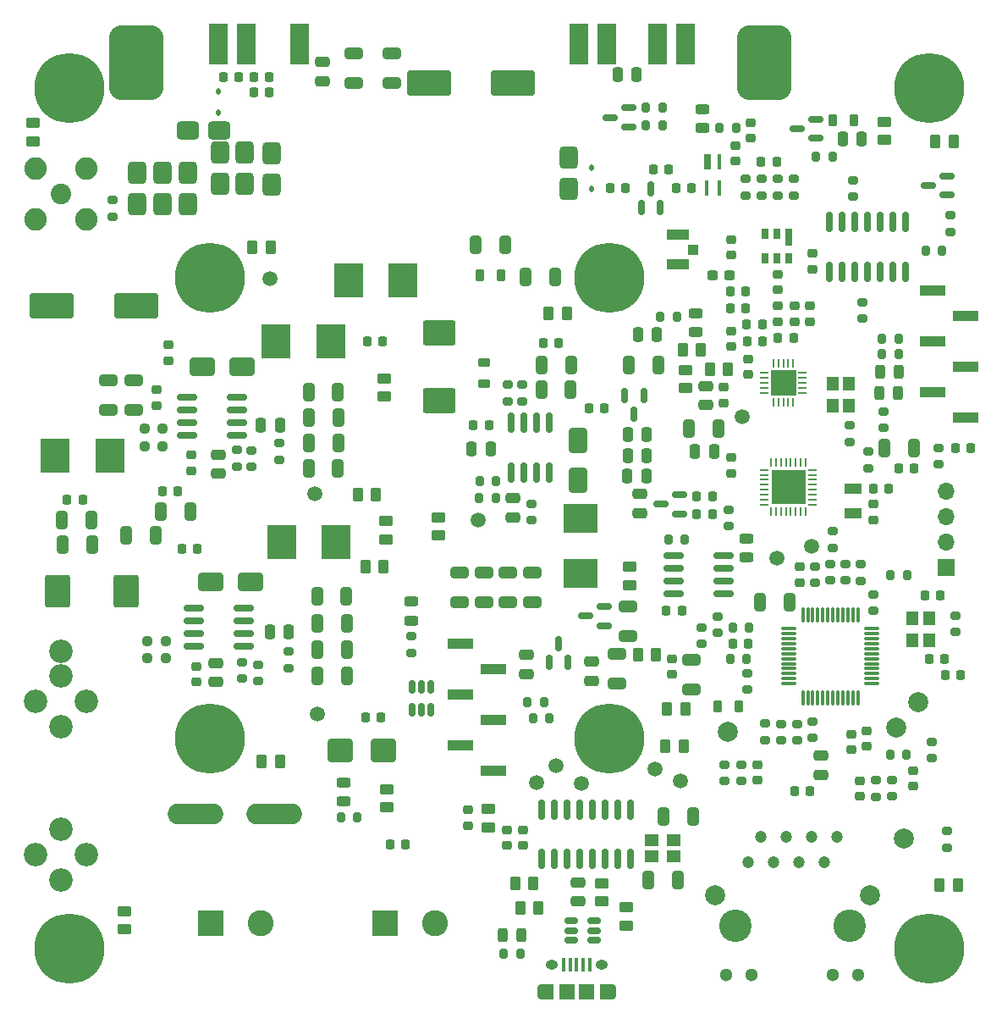
<source format=gts>
G04 #@! TF.GenerationSoftware,KiCad,Pcbnew,8.0.5-8.0.5-0~ubuntu24.04.1*
G04 #@! TF.CreationDate,2024-10-06T19:53:36+03:00*
G04 #@! TF.ProjectId,TACNPR,5441434e-5052-42e6-9b69-6361645f7063,rev?*
G04 #@! TF.SameCoordinates,Original*
G04 #@! TF.FileFunction,Soldermask,Top*
G04 #@! TF.FilePolarity,Negative*
%FSLAX46Y46*%
G04 Gerber Fmt 4.6, Leading zero omitted, Abs format (unit mm)*
G04 Created by KiCad (PCBNEW 8.0.5-8.0.5-0~ubuntu24.04.1) date 2024-10-06 19:53:36*
%MOMM*%
%LPD*%
G01*
G04 APERTURE LIST*
G04 Aperture macros list*
%AMRoundRect*
0 Rectangle with rounded corners*
0 $1 Rounding radius*
0 $2 $3 $4 $5 $6 $7 $8 $9 X,Y pos of 4 corners*
0 Add a 4 corners polygon primitive as box body*
4,1,4,$2,$3,$4,$5,$6,$7,$8,$9,$2,$3,0*
0 Add four circle primitives for the rounded corners*
1,1,$1+$1,$2,$3*
1,1,$1+$1,$4,$5*
1,1,$1+$1,$6,$7*
1,1,$1+$1,$8,$9*
0 Add four rect primitives between the rounded corners*
20,1,$1+$1,$2,$3,$4,$5,0*
20,1,$1+$1,$4,$5,$6,$7,0*
20,1,$1+$1,$6,$7,$8,$9,0*
20,1,$1+$1,$8,$9,$2,$3,0*%
%AMFreePoly0*
4,1,5,0.900000,-2.000000,-0.900000,-2.000000,-0.900000,2.000000,0.900000,2.000000,0.900000,-2.000000,0.900000,-2.000000,$1*%
G04 Aperture macros list end*
%ADD10RoundRect,0.243750X0.243750X0.456250X-0.243750X0.456250X-0.243750X-0.456250X0.243750X-0.456250X0*%
%ADD11RoundRect,0.243750X0.456250X-0.243750X0.456250X0.243750X-0.456250X0.243750X-0.456250X-0.243750X0*%
%ADD12RoundRect,0.243750X-0.456250X0.243750X-0.456250X-0.243750X0.456250X-0.243750X0.456250X0.243750X0*%
%ADD13RoundRect,0.225000X-0.225000X-0.250000X0.225000X-0.250000X0.225000X0.250000X-0.225000X0.250000X0*%
%ADD14RoundRect,0.200000X0.275000X-0.200000X0.275000X0.200000X-0.275000X0.200000X-0.275000X-0.200000X0*%
%ADD15RoundRect,0.150000X0.825000X0.150000X-0.825000X0.150000X-0.825000X-0.150000X0.825000X-0.150000X0*%
%ADD16RoundRect,0.225000X0.250000X-0.225000X0.250000X0.225000X-0.250000X0.225000X-0.250000X-0.225000X0*%
%ADD17C,1.500000*%
%ADD18R,2.950000X3.500000*%
%ADD19RoundRect,0.250000X-0.325000X-0.650000X0.325000X-0.650000X0.325000X0.650000X-0.325000X0.650000X0*%
%ADD20RoundRect,0.250000X0.650000X-0.325000X0.650000X0.325000X-0.650000X0.325000X-0.650000X-0.325000X0*%
%ADD21RoundRect,0.225000X-0.250000X0.225000X-0.250000X-0.225000X0.250000X-0.225000X0.250000X0.225000X0*%
%ADD22RoundRect,0.250000X-0.475000X0.250000X-0.475000X-0.250000X0.475000X-0.250000X0.475000X0.250000X0*%
%ADD23RoundRect,0.250000X1.000000X0.650000X-1.000000X0.650000X-1.000000X-0.650000X1.000000X-0.650000X0*%
%ADD24RoundRect,0.237500X0.250000X0.237500X-0.250000X0.237500X-0.250000X-0.237500X0.250000X-0.237500X0*%
%ADD25RoundRect,0.200000X-0.275000X0.200000X-0.275000X-0.200000X0.275000X-0.200000X0.275000X0.200000X0*%
%ADD26RoundRect,0.150000X-0.825000X-0.150000X0.825000X-0.150000X0.825000X0.150000X-0.825000X0.150000X0*%
%ADD27RoundRect,0.250000X0.325000X0.650000X-0.325000X0.650000X-0.325000X-0.650000X0.325000X-0.650000X0*%
%ADD28C,3.900000*%
%ADD29C,7.000000*%
%ADD30RoundRect,0.250000X0.250000X0.475000X-0.250000X0.475000X-0.250000X-0.475000X0.250000X-0.475000X0*%
%ADD31RoundRect,0.225000X0.225000X0.250000X-0.225000X0.250000X-0.225000X-0.250000X0.225000X-0.250000X0*%
%ADD32R,3.500000X2.950000*%
%ADD33RoundRect,0.150000X-0.150000X0.825000X-0.150000X-0.825000X0.150000X-0.825000X0.150000X0.825000X0*%
%ADD34RoundRect,0.200000X0.200000X0.275000X-0.200000X0.275000X-0.200000X-0.275000X0.200000X-0.275000X0*%
%ADD35RoundRect,0.200000X-0.200000X-0.275000X0.200000X-0.275000X0.200000X0.275000X-0.200000X0.275000X0*%
%ADD36RoundRect,0.237500X-0.250000X-0.237500X0.250000X-0.237500X0.250000X0.237500X-0.250000X0.237500X0*%
%ADD37RoundRect,0.250000X0.450000X-0.262500X0.450000X0.262500X-0.450000X0.262500X-0.450000X-0.262500X0*%
%ADD38RoundRect,0.150000X0.150000X-0.512500X0.150000X0.512500X-0.150000X0.512500X-0.150000X-0.512500X0*%
%ADD39RoundRect,0.250000X-1.950000X-1.000000X1.950000X-1.000000X1.950000X1.000000X-1.950000X1.000000X0*%
%ADD40RoundRect,0.250000X-0.250000X-0.475000X0.250000X-0.475000X0.250000X0.475000X-0.250000X0.475000X0*%
%ADD41RoundRect,0.250000X-0.650000X0.325000X-0.650000X-0.325000X0.650000X-0.325000X0.650000X0.325000X0*%
%ADD42RoundRect,0.250000X0.650000X-1.000000X0.650000X1.000000X-0.650000X1.000000X-0.650000X-1.000000X0*%
%ADD43RoundRect,0.250000X0.262500X0.450000X-0.262500X0.450000X-0.262500X-0.450000X0.262500X-0.450000X0*%
%ADD44RoundRect,0.250000X-0.450000X0.262500X-0.450000X-0.262500X0.450000X-0.262500X0.450000X0.262500X0*%
%ADD45C,2.050000*%
%ADD46C,2.250000*%
%ADD47RoundRect,0.250000X0.475000X-0.250000X0.475000X0.250000X-0.475000X0.250000X-0.475000X-0.250000X0*%
%ADD48RoundRect,0.150000X0.587500X0.150000X-0.587500X0.150000X-0.587500X-0.150000X0.587500X-0.150000X0*%
%ADD49RoundRect,0.062500X-0.062500X0.362500X-0.062500X-0.362500X0.062500X-0.362500X0.062500X0.362500X0*%
%ADD50RoundRect,0.062500X-0.362500X0.062500X-0.362500X-0.062500X0.362500X-0.062500X0.362500X0.062500X0*%
%ADD51R,2.600000X2.600000*%
%ADD52FreePoly0,0.000000*%
%ADD53RoundRect,1.375000X-1.375000X-2.375000X1.375000X-2.375000X1.375000X2.375000X-1.375000X2.375000X0*%
%ADD54R,1.400000X1.150000*%
%ADD55RoundRect,0.150000X0.512500X0.150000X-0.512500X0.150000X-0.512500X-0.150000X0.512500X-0.150000X0*%
%ADD56RoundRect,0.150000X0.150000X-0.825000X0.150000X0.825000X-0.150000X0.825000X-0.150000X-0.825000X0*%
%ADD57R,1.700000X1.700000*%
%ADD58O,1.700000X1.700000*%
%ADD59RoundRect,0.250000X-0.262500X-0.450000X0.262500X-0.450000X0.262500X0.450000X-0.262500X0.450000X0*%
%ADD60RoundRect,0.218750X0.381250X-0.218750X0.381250X0.218750X-0.381250X0.218750X-0.381250X-0.218750X0*%
%ADD61RoundRect,0.340200X-0.559800X0.759800X-0.559800X-0.759800X0.559800X-0.759800X0.559800X0.759800X0*%
%ADD62RoundRect,0.112500X0.112500X-0.187500X0.112500X0.187500X-0.112500X0.187500X-0.112500X-0.187500X0*%
%ADD63RoundRect,0.218750X0.218750X0.256250X-0.218750X0.256250X-0.218750X-0.256250X0.218750X-0.256250X0*%
%ADD64RoundRect,0.150000X0.150000X-0.587500X0.150000X0.587500X-0.150000X0.587500X-0.150000X-0.587500X0*%
%ADD65C,2.600000*%
%ADD66R,2.510000X1.000000*%
%ADD67RoundRect,0.218750X-0.256250X0.218750X-0.256250X-0.218750X0.256250X-0.218750X0.256250X0.218750X0*%
%ADD68R,0.400000X1.500000*%
%ADD69R,0.770000X1.500000*%
%ADD70RoundRect,0.112500X-0.112500X0.187500X-0.112500X-0.187500X0.112500X-0.187500X0.112500X0.187500X0*%
%ADD71RoundRect,0.218750X-0.218750X-0.381250X0.218750X-0.381250X0.218750X0.381250X-0.218750X0.381250X0*%
%ADD72RoundRect,0.150000X-0.150000X0.587500X-0.150000X-0.587500X0.150000X-0.587500X0.150000X0.587500X0*%
%ADD73RoundRect,0.237500X0.300000X0.237500X-0.300000X0.237500X-0.300000X-0.237500X0.300000X-0.237500X0*%
%ADD74RoundRect,0.218750X-0.218750X-0.256250X0.218750X-0.256250X0.218750X0.256250X-0.218750X0.256250X0*%
%ADD75R,1.150000X1.400000*%
%ADD76R,0.650000X1.750000*%
%ADD77R,0.650000X1.000000*%
%ADD78RoundRect,0.218750X0.218750X0.381250X-0.218750X0.381250X-0.218750X-0.381250X0.218750X-0.381250X0*%
%ADD79RoundRect,0.250000X1.000000X-1.400000X1.000000X1.400000X-1.000000X1.400000X-1.000000X-1.400000X0*%
%ADD80RoundRect,0.250000X1.400000X1.000000X-1.400000X1.000000X-1.400000X-1.000000X1.400000X-1.000000X0*%
%ADD81RoundRect,0.340200X-0.759800X-0.559800X0.759800X-0.559800X0.759800X0.559800X-0.759800X0.559800X0*%
%ADD82RoundRect,0.340200X0.559800X-0.759800X0.559800X0.759800X-0.559800X0.759800X-0.559800X-0.759800X0*%
%ADD83R,1.050000X1.000000*%
%ADD84R,2.200000X1.050000*%
%ADD85C,2.350000*%
%ADD86R,0.400000X1.350000*%
%ADD87O,0.890000X1.550000*%
%ADD88R,1.200000X1.550000*%
%ADD89O,1.250000X0.950000*%
%ADD90R,1.500000X1.550000*%
%ADD91RoundRect,0.250000X1.000000X0.900000X-1.000000X0.900000X-1.000000X-0.900000X1.000000X-0.900000X0*%
%ADD92C,2.000000*%
%ADD93C,3.250000*%
%ADD94C,1.200000*%
%ADD95C,1.300000*%
%ADD96R,1.800000X1.000000*%
%ADD97RoundRect,0.062500X0.375000X0.062500X-0.375000X0.062500X-0.375000X-0.062500X0.375000X-0.062500X0*%
%ADD98RoundRect,0.062500X0.062500X0.375000X-0.062500X0.375000X-0.062500X-0.375000X0.062500X-0.375000X0*%
%ADD99R,3.450000X3.450000*%
%ADD100RoundRect,0.075000X-0.662500X-0.075000X0.662500X-0.075000X0.662500X0.075000X-0.662500X0.075000X0*%
%ADD101RoundRect,0.075000X-0.075000X-0.662500X0.075000X-0.662500X0.075000X0.662500X-0.075000X0.662500X0*%
%ADD102R,1.200000X1.400000*%
%ADD103O,5.550000X2.100000*%
G04 APERTURE END LIST*
D10*
X178788300Y-71932800D03*
X176913300Y-71932800D03*
D11*
X158496000Y-67917300D03*
X158496000Y-66042300D03*
X163576000Y-90421700D03*
X163576000Y-88546700D03*
D10*
X178762900Y-74041000D03*
X176887900Y-74041000D03*
D12*
X123266200Y-112981500D03*
X123266200Y-114856500D03*
X159207200Y-45620700D03*
X159207200Y-47495700D03*
D10*
X141043900Y-128193800D03*
X139168900Y-128193800D03*
D12*
X130048000Y-94884000D03*
X130048000Y-96759000D03*
D13*
X155562000Y-95758000D03*
X157112000Y-95758000D03*
D14*
X172182000Y-89501000D03*
X172182000Y-87851000D03*
D15*
X161275800Y-94132400D03*
X161275800Y-92862400D03*
X161275800Y-91592400D03*
X161275800Y-90322400D03*
X156325800Y-90322400D03*
X156325800Y-91592400D03*
X156325800Y-92862400D03*
X156325800Y-94132400D03*
D16*
X162052000Y-82042000D03*
X162052000Y-80492000D03*
D17*
X166582000Y-90576000D03*
D18*
X94430000Y-80264000D03*
X99880000Y-80264000D03*
D19*
X95172000Y-89154000D03*
X98122000Y-89154000D03*
D20*
X99745800Y-75681100D03*
X99745800Y-72731100D03*
D16*
X104521000Y-75260500D03*
X104521000Y-73710500D03*
D21*
X108066840Y-80240840D03*
X108066840Y-81790840D03*
D22*
X110744000Y-80167440D03*
X110744000Y-82067440D03*
D19*
X143038300Y-73682860D03*
X145988300Y-73682860D03*
D23*
X113107220Y-71368920D03*
X109107220Y-71368920D03*
D24*
X105184580Y-79375000D03*
X103359580Y-79375000D03*
D25*
X116840000Y-79058000D03*
X116840000Y-80708000D03*
X112593120Y-79738720D03*
X112593120Y-81388720D03*
D26*
X107608600Y-74409300D03*
X107608600Y-75679300D03*
X107608600Y-76949300D03*
X107608600Y-78219300D03*
X112558600Y-78219300D03*
X112558600Y-76949300D03*
X112558600Y-75679300D03*
X112558600Y-74409300D03*
D18*
X116520380Y-68834000D03*
X121970380Y-68834000D03*
D27*
X122732060Y-78999080D03*
X119782060Y-78999080D03*
X122729520Y-76464160D03*
X119779520Y-76464160D03*
X122706660Y-81551780D03*
X119756660Y-81551780D03*
X122714280Y-73914000D03*
X119764280Y-73914000D03*
D28*
X95864000Y-43540000D03*
D29*
X95864000Y-43540000D03*
D28*
X95864000Y-129540000D03*
D29*
X95864000Y-129540000D03*
D28*
X109864000Y-108540000D03*
D29*
X109864000Y-108540000D03*
D22*
X140223240Y-84541320D03*
X140223240Y-86441320D03*
D30*
X137983000Y-79644240D03*
X136083000Y-79644240D03*
D14*
X141157960Y-74860920D03*
X141157960Y-73210920D03*
D31*
X137813080Y-77282040D03*
X136263080Y-77282040D03*
D25*
X139684760Y-73216000D03*
X139684760Y-74866000D03*
D32*
X146964400Y-86581400D03*
X146964400Y-92031400D03*
D13*
X143227760Y-69016880D03*
X144777760Y-69016880D03*
D33*
X143832580Y-77004140D03*
X142562580Y-77004140D03*
X141292580Y-77004140D03*
X140022580Y-77004140D03*
X140022580Y-81954140D03*
X141292580Y-81954140D03*
X142562580Y-81954140D03*
X143832580Y-81954140D03*
D19*
X143066240Y-71231760D03*
X146016240Y-71231760D03*
D34*
X138508240Y-82839560D03*
X136858240Y-82839560D03*
D35*
X136840460Y-84488020D03*
X138490460Y-84488020D03*
D28*
X149864000Y-62540000D03*
D29*
X149864000Y-62540000D03*
D28*
X181864000Y-129540000D03*
D29*
X181864000Y-129540000D03*
D20*
X102247700Y-75681100D03*
X102247700Y-72731100D03*
D36*
X103329100Y-77609700D03*
X105154100Y-77609700D03*
D37*
X127558800Y-115466500D03*
X127558800Y-113641500D03*
D35*
X141669000Y-104952800D03*
X143319000Y-104952800D03*
D38*
X130114000Y-105683900D03*
X131064000Y-105683900D03*
X132014000Y-105683900D03*
X132014000Y-103408900D03*
X131064000Y-103408900D03*
X130114000Y-103408900D03*
D39*
X94098000Y-65278000D03*
X102498000Y-65278000D03*
D28*
X109864000Y-62540000D03*
D29*
X109864000Y-62540000D03*
D28*
X149864000Y-108540000D03*
D29*
X149864000Y-108540000D03*
D25*
X130048000Y-98362000D03*
X130048000Y-100012000D03*
X113111280Y-100927400D03*
X113111280Y-102577400D03*
D14*
X114757200Y-102831400D03*
X114757200Y-101181400D03*
D13*
X105143000Y-83820000D03*
X106693000Y-83820000D03*
D21*
X108574840Y-101333000D03*
X108574840Y-102883000D03*
D31*
X108636100Y-89608660D03*
X107086100Y-89608660D03*
D27*
X123552480Y-94335600D03*
X120602480Y-94335600D03*
D40*
X115864600Y-97891600D03*
X117764600Y-97891600D03*
D22*
X110490000Y-101031000D03*
X110490000Y-102931000D03*
D27*
X123587300Y-99689920D03*
X120637300Y-99689920D03*
X123585500Y-102306120D03*
X120635500Y-102306120D03*
X104472000Y-88265000D03*
X101522000Y-88265000D03*
D19*
X104951000Y-85852000D03*
X107901000Y-85852000D03*
D27*
X123570260Y-97017840D03*
X120620260Y-97017840D03*
D23*
X113937800Y-92925900D03*
X109937800Y-92925900D03*
D36*
X103636440Y-98806000D03*
X105461440Y-98806000D03*
D25*
X117805200Y-99860600D03*
X117805200Y-101510600D03*
D18*
X117094000Y-88900000D03*
X122544000Y-88900000D03*
D26*
X108307100Y-95542100D03*
X108307100Y-96812100D03*
X108307100Y-98082100D03*
X108307100Y-99352100D03*
X113257100Y-99352100D03*
X113257100Y-98082100D03*
X113257100Y-96812100D03*
X113257100Y-95542100D03*
D24*
X105448740Y-100545900D03*
X103623740Y-100545900D03*
D31*
X160147600Y-86143800D03*
X158597600Y-86143800D03*
D14*
X142036800Y-86727800D03*
X142036800Y-85077800D03*
D37*
X127533400Y-88669500D03*
X127533400Y-86844500D03*
D41*
X134874000Y-91994460D03*
X134874000Y-94944460D03*
X137287000Y-91997000D03*
X137287000Y-94947000D03*
X142113000Y-91997000D03*
X142113000Y-94947000D03*
D40*
X115001000Y-77216000D03*
X116901000Y-77216000D03*
D31*
X149365000Y-75590400D03*
X147815000Y-75590400D03*
X127026000Y-106426000D03*
X125476000Y-106426000D03*
D20*
X124307600Y-43029400D03*
X124307600Y-40079400D03*
D42*
X146705320Y-82759300D03*
X146705320Y-78759300D03*
D41*
X139700000Y-92002080D03*
X139700000Y-94952080D03*
D14*
X114071400Y-81424280D03*
X114071400Y-79774280D03*
D19*
X95108500Y-86741000D03*
X98058500Y-86741000D03*
D43*
X126525660Y-84165440D03*
X124700660Y-84165440D03*
X127252100Y-91363800D03*
X125427100Y-91363800D03*
D44*
X132715000Y-86463500D03*
X132715000Y-88288500D03*
D21*
X162026600Y-67843100D03*
X162026600Y-69393100D03*
D45*
X94996000Y-54102000D03*
D46*
X92456000Y-56642000D03*
X97536000Y-56642000D03*
X92456000Y-51562000D03*
X97536000Y-51562000D03*
D47*
X159542480Y-75245000D03*
X159542480Y-73345000D03*
D35*
X123013200Y-116484400D03*
X124663200Y-116484400D03*
D40*
X150688000Y-42164000D03*
X152588000Y-42164000D03*
D18*
X129217000Y-62738000D03*
X123767000Y-62738000D03*
D22*
X148107000Y-100876000D03*
X148107000Y-102776000D03*
D41*
X151739600Y-95349800D03*
X151739600Y-98299800D03*
D40*
X158409600Y-79857600D03*
X160309600Y-79857600D03*
D19*
X157835600Y-77622400D03*
X160785600Y-77622400D03*
D48*
X149375100Y-97266800D03*
X149375100Y-95366800D03*
X147500100Y-96316800D03*
D49*
X168259000Y-71100000D03*
X167759000Y-71100000D03*
X167259000Y-71100000D03*
X166759000Y-71100000D03*
X166259000Y-71100000D03*
D50*
X165334000Y-72025000D03*
X165334000Y-72525000D03*
X165334000Y-73025000D03*
X165334000Y-73525000D03*
X165334000Y-74025000D03*
D49*
X166259000Y-74950000D03*
X166759000Y-74950000D03*
X167259000Y-74950000D03*
X167759000Y-74950000D03*
X168259000Y-74950000D03*
D50*
X169184000Y-74025000D03*
X169184000Y-73525000D03*
X169184000Y-73025000D03*
X169184000Y-72525000D03*
X169184000Y-72025000D03*
D51*
X167259000Y-73025000D03*
D16*
X161290000Y-75014120D03*
X161290000Y-73464120D03*
D52*
X110744000Y-39141400D03*
X113538000Y-39141400D03*
X118872000Y-39141400D03*
X146812000Y-39141400D03*
X149606000Y-39141400D03*
X154686000Y-39141400D03*
X157480000Y-39141400D03*
D53*
X102489000Y-41046400D03*
X165354000Y-41046400D03*
D16*
X141224000Y-119240600D03*
X141224000Y-117690600D03*
X139573000Y-119240600D03*
X139573000Y-117690600D03*
D22*
X141579600Y-100192800D03*
X141579600Y-102092800D03*
D35*
X142227800Y-106578400D03*
X143877800Y-106578400D03*
D41*
X150582000Y-100121000D03*
X150582000Y-103071000D03*
D54*
X156294000Y-118707000D03*
X154094000Y-118707000D03*
X154094000Y-120307000D03*
X156294000Y-120307000D03*
D55*
X148330500Y-128712000D03*
X148330500Y-127762000D03*
X148330500Y-126812000D03*
X146055500Y-126812000D03*
X146055500Y-127762000D03*
X146055500Y-128712000D03*
D19*
X153719000Y-122682000D03*
X156669000Y-122682000D03*
D56*
X143078200Y-120610400D03*
X144348200Y-120610400D03*
X145618200Y-120610400D03*
X146888200Y-120610400D03*
X148158200Y-120610400D03*
X149428200Y-120610400D03*
X150698200Y-120610400D03*
X151968200Y-120610400D03*
X151968200Y-115660400D03*
X150698200Y-115660400D03*
X149428200Y-115660400D03*
X148158200Y-115660400D03*
X146888200Y-115660400D03*
X145618200Y-115660400D03*
X144348200Y-115660400D03*
X143078200Y-115660400D03*
D44*
X151511000Y-125452500D03*
X151511000Y-127277500D03*
D57*
X183591200Y-91490800D03*
D58*
X183591200Y-88950800D03*
X183591200Y-86410800D03*
X183591200Y-83870800D03*
D16*
X135686800Y-117259400D03*
X135686800Y-115709400D03*
D35*
X139281400Y-130048000D03*
X140931400Y-130048000D03*
D17*
X142595600Y-112979200D03*
D47*
X146761200Y-124825800D03*
X146761200Y-122925800D03*
D17*
X147066000Y-113030000D03*
X144526000Y-111252000D03*
D59*
X140438500Y-123063000D03*
X142263500Y-123063000D03*
X140946500Y-125476000D03*
X142771500Y-125476000D03*
D19*
X155243000Y-116332000D03*
X158193000Y-116332000D03*
D44*
X149098000Y-123039500D03*
X149098000Y-124864500D03*
D17*
X163132000Y-76401000D03*
D60*
X137287000Y-73071500D03*
X137287000Y-70946500D03*
D31*
X127201000Y-68834000D03*
X125651000Y-68834000D03*
D39*
X131791600Y-43078400D03*
X140191600Y-43078400D03*
D61*
X102616000Y-52031500D03*
X102616000Y-55156500D03*
D17*
X120357000Y-84076000D03*
D13*
X95618000Y-84709000D03*
X97168000Y-84709000D03*
D21*
X105740200Y-69227400D03*
X105740200Y-70777400D03*
D34*
X157416000Y-88646000D03*
X155766000Y-88646000D03*
D62*
X110744000Y-46008000D03*
X110744000Y-43908000D03*
D63*
X112801500Y-42418000D03*
X111226500Y-42418000D03*
D44*
X151917400Y-91391100D03*
X151917400Y-93216100D03*
D17*
X115887500Y-62611000D03*
D14*
X161798000Y-87337400D03*
X161798000Y-85687400D03*
D64*
X143830000Y-100962700D03*
X145730000Y-100962700D03*
X144780000Y-99087700D03*
D35*
X177127400Y-70154800D03*
X178777400Y-70154800D03*
D21*
X163776660Y-70621860D03*
X163776660Y-72171860D03*
D48*
X183614300Y-54239200D03*
X183614300Y-52339200D03*
X181739300Y-53289200D03*
X170482500Y-48575000D03*
X170482500Y-46675000D03*
X168607500Y-47625000D03*
D35*
X153505400Y-47244000D03*
X155155400Y-47244000D03*
D25*
X183946800Y-56286400D03*
X183946800Y-57936400D03*
D16*
X163982400Y-48527000D03*
X163982400Y-46977000D03*
D13*
X127901400Y-119126000D03*
X129451400Y-119126000D03*
D51*
X109971200Y-127050800D03*
D65*
X114971200Y-127050800D03*
D51*
X127406400Y-127050800D03*
D65*
X132406400Y-127050800D03*
D66*
X138277600Y-111760000D03*
X134967600Y-109220000D03*
X138277600Y-106680000D03*
X134967600Y-104140000D03*
X138277600Y-101600000D03*
X134967600Y-99060000D03*
D67*
X162458400Y-49275900D03*
X162458400Y-50850900D03*
D16*
X170180000Y-61633400D03*
X170180000Y-60083400D03*
D56*
X171894500Y-61898300D03*
X173164500Y-61898300D03*
X174434500Y-61898300D03*
X175704500Y-61898300D03*
X176974500Y-61898300D03*
X178244500Y-61898300D03*
X179514500Y-61898300D03*
X179514500Y-56948300D03*
X178244500Y-56948300D03*
X176974500Y-56948300D03*
X175704500Y-56948300D03*
X174434500Y-56948300D03*
X173164500Y-56948300D03*
X171894500Y-56948300D03*
D28*
X181864000Y-43540000D03*
D29*
X181864000Y-43540000D03*
D61*
X145796000Y-50520200D03*
X145796000Y-53645200D03*
D13*
X149910500Y-53530500D03*
X151460500Y-53530500D03*
X156514500Y-53530500D03*
X158064500Y-53530500D03*
D25*
X100126800Y-54750200D03*
X100126800Y-56400200D03*
D68*
X160875500Y-50870500D03*
D69*
X159670500Y-50870500D03*
D68*
X159575500Y-53530500D03*
X160875500Y-53530500D03*
D70*
X148082000Y-51528000D03*
X148082000Y-53628000D03*
D48*
X151813500Y-47432000D03*
X151813500Y-45532000D03*
X149938500Y-46482000D03*
D19*
X141476200Y-62433200D03*
X144426200Y-62433200D03*
D27*
X139397000Y-59182000D03*
X136447000Y-59182000D03*
D71*
X136859500Y-62230000D03*
X138984500Y-62230000D03*
D35*
X153505400Y-45466000D03*
X155155400Y-45466000D03*
D25*
X174244000Y-52769000D03*
X174244000Y-54419000D03*
D48*
X156855400Y-86090800D03*
X156855400Y-84190800D03*
X154980400Y-85140800D03*
D40*
X151691300Y-80264000D03*
X153591300Y-80264000D03*
X152732700Y-68199000D03*
X154632700Y-68199000D03*
D19*
X151777700Y-71247000D03*
X154727700Y-71247000D03*
D72*
X153299200Y-74246500D03*
X151399200Y-74246500D03*
X152349200Y-76121500D03*
D40*
X151643000Y-82296000D03*
X153543000Y-82296000D03*
X151701500Y-78206600D03*
X153601500Y-78206600D03*
D34*
X156603200Y-66395600D03*
X154953200Y-66395600D03*
D43*
X161745300Y-71628000D03*
X159920300Y-71628000D03*
D73*
X161898500Y-62230000D03*
X160173500Y-62230000D03*
D21*
X166738300Y-62153500D03*
X166738300Y-63703500D03*
D16*
X166738300Y-66891200D03*
X166738300Y-65341200D03*
D67*
X168363900Y-65333780D03*
X168363900Y-66908780D03*
D74*
X166722960Y-68483480D03*
X168297960Y-68483480D03*
D43*
X159002100Y-69672200D03*
X157177100Y-69672200D03*
D63*
X165189000Y-68846700D03*
X163614000Y-68846700D03*
D16*
X162052000Y-60211000D03*
X162052000Y-58661000D03*
D37*
X137718800Y-117447700D03*
X137718800Y-115622700D03*
D35*
X170523400Y-50444400D03*
X172173400Y-50444400D03*
D75*
X172174000Y-73118800D03*
X172174000Y-75318800D03*
X173774000Y-75318800D03*
X173774000Y-73118800D03*
D25*
X165061900Y-52641500D03*
X165061900Y-54291500D03*
D14*
X168313100Y-54266600D03*
X168313100Y-52616600D03*
D64*
X153037500Y-55468000D03*
X154937500Y-55468000D03*
X153987500Y-53593000D03*
D76*
X167824000Y-58459000D03*
D77*
X166624000Y-58084000D03*
X165424000Y-58084000D03*
X165424000Y-60534000D03*
X166624000Y-60534000D03*
X167824000Y-60534000D03*
D25*
X166674800Y-52616600D03*
X166674800Y-54266600D03*
D31*
X160147600Y-84365800D03*
X158597600Y-84365800D03*
D37*
X92202000Y-48867700D03*
X92202000Y-47042700D03*
D43*
X184300500Y-48895000D03*
X182475500Y-48895000D03*
D59*
X143764000Y-66040000D03*
X145589000Y-66040000D03*
D44*
X101346000Y-125833500D03*
X101346000Y-127658500D03*
D43*
X116894500Y-110851000D03*
X115069500Y-110851000D03*
X184694500Y-123176000D03*
X182869500Y-123176000D03*
D37*
X157480000Y-73556500D03*
X157480000Y-71731500D03*
D61*
X105156000Y-51993000D03*
X105156000Y-55118000D03*
D74*
X154228600Y-51714400D03*
X155803600Y-51714400D03*
D30*
X175092400Y-48666400D03*
X173192400Y-48666400D03*
D78*
X174290500Y-46736000D03*
X172165500Y-46736000D03*
D79*
X94673000Y-93853000D03*
X101473000Y-93853000D03*
D80*
X132842000Y-74774000D03*
X132842000Y-67974000D03*
D43*
X157264500Y-109346000D03*
X155439500Y-109346000D03*
X115974500Y-59436000D03*
X114149500Y-59436000D03*
D17*
X120632000Y-106101000D03*
X136702800Y-86766400D03*
X154432000Y-111620300D03*
X156972000Y-112776000D03*
D61*
X107696000Y-51993000D03*
X107696000Y-55118000D03*
D47*
X121158000Y-42860000D03*
X121158000Y-40960000D03*
D63*
X115849500Y-42418000D03*
X114274500Y-42418000D03*
D13*
X114287000Y-43942000D03*
X115837000Y-43942000D03*
D14*
X175133000Y-66611000D03*
X175133000Y-64961000D03*
D37*
X177342800Y-48715300D03*
X177342800Y-46890300D03*
D81*
X107696000Y-47752000D03*
X110821000Y-47752000D03*
D20*
X128117600Y-43029400D03*
X128117600Y-40079400D03*
D61*
X113347500Y-49999500D03*
X113347500Y-53124500D03*
D82*
X110871000Y-53124500D03*
X110871000Y-49999500D03*
D21*
X169938700Y-65328500D03*
X169938700Y-66878500D03*
D74*
X163565840Y-67157600D03*
X165140840Y-67157600D03*
D31*
X163525800Y-65565020D03*
X161975800Y-65565020D03*
D74*
X161950400Y-63906400D03*
X163525400Y-63906400D03*
D31*
X166598600Y-50914300D03*
X165048600Y-50914300D03*
D25*
X163474400Y-52642000D03*
X163474400Y-54292000D03*
D83*
X158217600Y-59688200D03*
D84*
X156692600Y-61163200D03*
X156692600Y-58213200D03*
D85*
X94996000Y-122682000D03*
X92456000Y-120142000D03*
X97536000Y-120142000D03*
X94996000Y-117602000D03*
X94996000Y-107362000D03*
X92456000Y-104822000D03*
X97536000Y-104822000D03*
X94996000Y-102282000D03*
X94996000Y-99822000D03*
D86*
X145283400Y-131188000D03*
X145933400Y-131188000D03*
X146583400Y-131188000D03*
X147233400Y-131188000D03*
X147883400Y-131188000D03*
D87*
X143083400Y-133888000D03*
D88*
X143683400Y-133888000D03*
D89*
X144083400Y-131188000D03*
D90*
X145583400Y-133888000D03*
X147583400Y-133888000D03*
D89*
X149083400Y-131188000D03*
D88*
X149483400Y-133888000D03*
D87*
X150083400Y-133888000D03*
D61*
X116078000Y-50038000D03*
X116078000Y-53163000D03*
D91*
X127266700Y-109778800D03*
X122966700Y-109778800D03*
D44*
X127355600Y-72544300D03*
X127355600Y-74369300D03*
D31*
X182943800Y-94234000D03*
X181393800Y-94234000D03*
D13*
X181851000Y-100584000D03*
X183401000Y-100584000D03*
D21*
X174052000Y-108141000D03*
X174052000Y-109691000D03*
X156082000Y-100621000D03*
X156082000Y-102171000D03*
X175582000Y-107801000D03*
X175582000Y-109351000D03*
D22*
X171020500Y-110302000D03*
X171020500Y-112202000D03*
D41*
X158082000Y-100726000D03*
X158082000Y-103676000D03*
D19*
X164945800Y-94945200D03*
X167895800Y-94945200D03*
D21*
X174882000Y-112801000D03*
X174882000Y-114351000D03*
D16*
X164682000Y-112751000D03*
X164682000Y-111201000D03*
D31*
X169939000Y-113792000D03*
X168389000Y-113792000D03*
D25*
X184482000Y-96251000D03*
X184482000Y-97901000D03*
D14*
X176276000Y-95821000D03*
X176276000Y-94171000D03*
X175006000Y-92798500D03*
X175006000Y-91148500D03*
D25*
X170434000Y-91377000D03*
X170434000Y-93027000D03*
X171958000Y-91123000D03*
X171958000Y-92773000D03*
X173482000Y-91123000D03*
X173482000Y-92773000D03*
X163626800Y-102045000D03*
X163626800Y-103695000D03*
D14*
X165455600Y-108724200D03*
X165455600Y-107074200D03*
D35*
X162197000Y-97486000D03*
X163847000Y-97486000D03*
X161957000Y-100576000D03*
X163607000Y-100576000D03*
D34*
X179607000Y-110176000D03*
X177957000Y-110176000D03*
D25*
X168656000Y-107125000D03*
X168656000Y-108775000D03*
X163068000Y-111189000D03*
X163068000Y-112839000D03*
X160662000Y-96361000D03*
X160662000Y-98011000D03*
X176482000Y-112751000D03*
X176482000Y-114401000D03*
X170180000Y-106871000D03*
X170180000Y-108521000D03*
X183642000Y-117818500D03*
X183642000Y-119468500D03*
X182118000Y-108903000D03*
X182118000Y-110553000D03*
D92*
X180797200Y-104952800D03*
X178562000Y-107442000D03*
D35*
X177965500Y-92202000D03*
X179615500Y-92202000D03*
D93*
X173863000Y-127254000D03*
X162433000Y-127254000D03*
D94*
X163703000Y-120904000D03*
X164973000Y-118364000D03*
X166243000Y-120904000D03*
X167513000Y-118364000D03*
X168783000Y-120904000D03*
X170053000Y-118364000D03*
X171323000Y-120904000D03*
X172593000Y-118364000D03*
D95*
X161523000Y-132154000D03*
X164063000Y-132154000D03*
X172233000Y-132154000D03*
X174773000Y-132154000D03*
D92*
X160403000Y-124204000D03*
X175893000Y-124204000D03*
D21*
X168882000Y-91401000D03*
X168882000Y-92951000D03*
D96*
X174244000Y-86086000D03*
X174244000Y-83586000D03*
D16*
X176276000Y-86701000D03*
X176276000Y-85151000D03*
D13*
X176263000Y-83566000D03*
X177813000Y-83566000D03*
D31*
X185991800Y-79552800D03*
X184441800Y-79552800D03*
D14*
X175768000Y-81534000D03*
X175768000Y-79884000D03*
X173939200Y-78904600D03*
X173939200Y-77254600D03*
X182829200Y-81139800D03*
X182829200Y-79489800D03*
D25*
X177266600Y-75883000D03*
X177266600Y-77533000D03*
D19*
X177391800Y-79552800D03*
X180341800Y-79552800D03*
D22*
X152908000Y-84140000D03*
X152908000Y-86040000D03*
D13*
X178803000Y-81534000D03*
X180353000Y-81534000D03*
D97*
X170197500Y-85196000D03*
X170197500Y-84696000D03*
X170197500Y-84196000D03*
X170197500Y-83696000D03*
X170197500Y-83196000D03*
X170197500Y-82696000D03*
X170197500Y-82196000D03*
X170197500Y-81696000D03*
D98*
X169510000Y-81008500D03*
X169010000Y-81008500D03*
X168510000Y-81008500D03*
X168010000Y-81008500D03*
X167510000Y-81008500D03*
X167010000Y-81008500D03*
X166510000Y-81008500D03*
X166010000Y-81008500D03*
D97*
X165322500Y-81696000D03*
X165322500Y-82196000D03*
X165322500Y-82696000D03*
X165322500Y-83196000D03*
X165322500Y-83696000D03*
X165322500Y-84196000D03*
X165322500Y-84696000D03*
X165322500Y-85196000D03*
D98*
X166010000Y-85883500D03*
X166510000Y-85883500D03*
X167010000Y-85883500D03*
X167510000Y-85883500D03*
X168010000Y-85883500D03*
X168510000Y-85883500D03*
X169010000Y-85883500D03*
X169510000Y-85883500D03*
D99*
X167760000Y-83446000D03*
D16*
X180289200Y-113297000D03*
X180289200Y-111747000D03*
D100*
X167795500Y-97580000D03*
X167795500Y-98080000D03*
X167795500Y-98580000D03*
X167795500Y-99080000D03*
X167795500Y-99580000D03*
X167795500Y-100080000D03*
X167795500Y-100580000D03*
X167795500Y-101080000D03*
X167795500Y-101580000D03*
X167795500Y-102080000D03*
X167795500Y-102580000D03*
X167795500Y-103080000D03*
D101*
X169208000Y-104492500D03*
X169708000Y-104492500D03*
X170208000Y-104492500D03*
X170708000Y-104492500D03*
X171208000Y-104492500D03*
X171708000Y-104492500D03*
X172208000Y-104492500D03*
X172708000Y-104492500D03*
X173208000Y-104492500D03*
X173708000Y-104492500D03*
X174208000Y-104492500D03*
X174708000Y-104492500D03*
D100*
X176120500Y-103080000D03*
X176120500Y-102580000D03*
X176120500Y-102080000D03*
X176120500Y-101580000D03*
X176120500Y-101080000D03*
X176120500Y-100580000D03*
X176120500Y-100080000D03*
X176120500Y-99580000D03*
X176120500Y-99080000D03*
X176120500Y-98580000D03*
X176120500Y-98080000D03*
X176120500Y-97580000D03*
D101*
X174708000Y-96167500D03*
X174208000Y-96167500D03*
X173708000Y-96167500D03*
X173208000Y-96167500D03*
X172708000Y-96167500D03*
X172208000Y-96167500D03*
X171708000Y-96167500D03*
X171208000Y-96167500D03*
X170708000Y-96167500D03*
X170208000Y-96167500D03*
X169708000Y-96167500D03*
X169208000Y-96167500D03*
D102*
X181864000Y-98720000D03*
X181864000Y-96520000D03*
X180164000Y-96520000D03*
X180164000Y-98720000D03*
D17*
X170078400Y-89357200D03*
D35*
X177127400Y-68630800D03*
X178777400Y-68630800D03*
D25*
X167081200Y-107125000D03*
X167081200Y-108775000D03*
D92*
X161682000Y-107876000D03*
D25*
X159082000Y-97451000D03*
X159082000Y-99101000D03*
D13*
X183457000Y-102216000D03*
X185007000Y-102216000D03*
D25*
X178112000Y-112701000D03*
X178112000Y-114351000D03*
X161391600Y-111189000D03*
X161391600Y-112839000D03*
D43*
X154544500Y-100176000D03*
X152719500Y-100176000D03*
D71*
X160657000Y-105376000D03*
X162782000Y-105376000D03*
D35*
X160896800Y-47523400D03*
X162546800Y-47523400D03*
D92*
X179282000Y-118576000D03*
D43*
X157464500Y-105566000D03*
X155639500Y-105566000D03*
D103*
X116345000Y-116106200D03*
X108445000Y-116106200D03*
D31*
X163747000Y-99046000D03*
X162197000Y-99046000D03*
D34*
X183146200Y-59791600D03*
X181496200Y-59791600D03*
D66*
X182219600Y-63804800D03*
X185529600Y-66344800D03*
X182219600Y-68884800D03*
X185529600Y-71424800D03*
X182219600Y-73964800D03*
X185529600Y-76504800D03*
M02*

</source>
